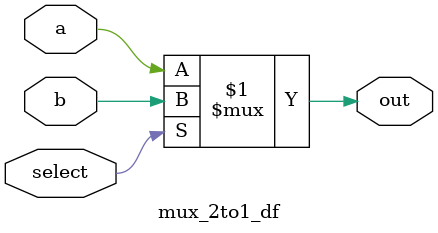
<source format=v>

module mux_2to1_df(

    input a,
    input b,
    input select , 
    output out 

);

assign out = select ? b : a ;

endmodule
</source>
